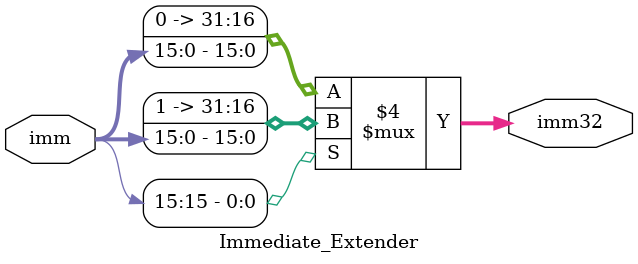
<source format=v>
`timescale 1ns / 1ps


module Immediate_Extender(input [15:0] imm, output reg [31:0] imm32);
always @ (*)
  begin 
    if (imm[15] == 0) begin
      imm32 = {16'h0000, imm};
    end
    else 
    begin
      imm32 = {16'hffff, imm};
    end
  end
endmodule

</source>
